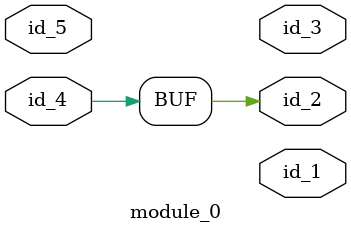
<source format=v>
`define pp_5 0
module module_0 (
    id_1,
    id_2,
    id_3,
    id_4,
    id_5
);
  inout id_5;
  inout id_4;
  output id_3;
  output id_2;
  output id_1;
  assign id_2 = id_4;
endmodule

</source>
